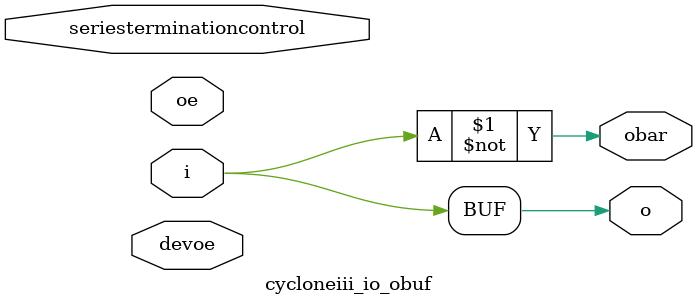
<source format=v>


module cycloneiii_lcell_comb (dataa, datab, datac, datad, cin, combout, cout);

input dataa, datab, datac, datad, cin;
output combout, cout;

parameter lut_mask = 16'hFFFF;
parameter sum_lutc_input = "datac";
parameter dont_touch = "off";
parameter lpm_type = "cycloneiii_lcell_comb";

reg cout_tmp, combout_tmp;
reg [1:0] isum_lutc_input;

// 4-input LUT function
function lut4;
	input [15:0] mask;
	input dataa, datab, datac, datad;
	begin
	    lut4 = datad ? ( datac ? ( datab ? ( dataa ? mask[15] : mask[14])
					     : ( dataa ? mask[13] : mask[12]))
				   : ( datab ? ( dataa ? mask[11] : mask[10])
					     : ( dataa ? mask[ 9] : mask[ 8])))
			 : ( datac ? ( datab ? ( dataa ? mask[ 7] : mask[ 6])
					     : ( dataa ? mask[ 5] : mask[ 4]))
				   : ( datab ? ( dataa ? mask[ 3] : mask[ 2])
					     : ( dataa ? mask[ 1] : mask[ 0])));
	end
endfunction

initial
	if (sum_lutc_input == "datac")
		isum_lutc_input = 0;
	else if (sum_lutc_input == "cin")
		isum_lutc_input = 1;
	else
		isum_lutc_input = 2;

always @* begin
	if (isum_lutc_input == 0) // datac 
		combout_tmp = lut4(lut_mask, dataa, datab, datac, datad);
	else if (isum_lutc_input == 1) // cin
		combout_tmp = lut4(lut_mask, dataa, datab, cin, datad);
	cout_tmp = lut4(lut_mask, dataa, datab, cin, 'b0);
end

assign combout = combout_tmp;
assign cout = cout_tmp;

endmodule

// ----------------------------------------------------------------------

module cycloneiii_io_ibuf (i, ibar, o);

parameter differential_mode = "false";
parameter bus_hold = "false";
parameter simulate_z_as = "Z";
parameter lpm_type = "cycloneiii_io_ibuf";

input i, ibar;
output o;

assign o = i;

endmodule

// ----------------------------------------------------------------------

module cycloneiii_io_obuf (i, oe, seriesterminationcontrol, devoe, o, obar);

parameter open_drain_output = "false";
parameter bus_hold = "false";
parameter lpm_type = "cycloneiii_io_obuf";

input i, oe, devoe;
input [15:0] seriesterminationcontrol; 
output o, obar;

assign o = i;
assign obar = ~i;

endmodule


</source>
